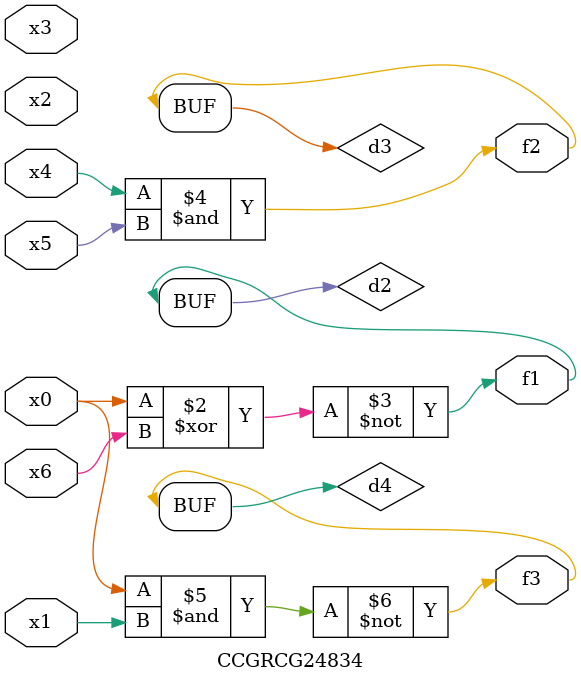
<source format=v>
module CCGRCG24834(
	input x0, x1, x2, x3, x4, x5, x6,
	output f1, f2, f3
);

	wire d1, d2, d3, d4;

	nor (d1, x0);
	xnor (d2, x0, x6);
	and (d3, x4, x5);
	nand (d4, x0, x1);
	assign f1 = d2;
	assign f2 = d3;
	assign f3 = d4;
endmodule

</source>
